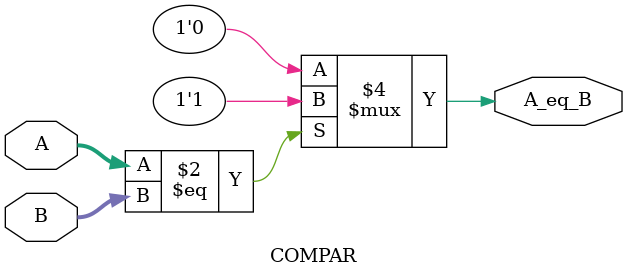
<source format=v>
module COMPAR(
  input [15:0] A, B,
  output reg  A_eq_B);
  
  always@(*) 
    begin
        if(A==B)
            A_eq_B = 1'b1;
        else
            A_eq_B = 1'b0;

    end
endmodule
</source>
